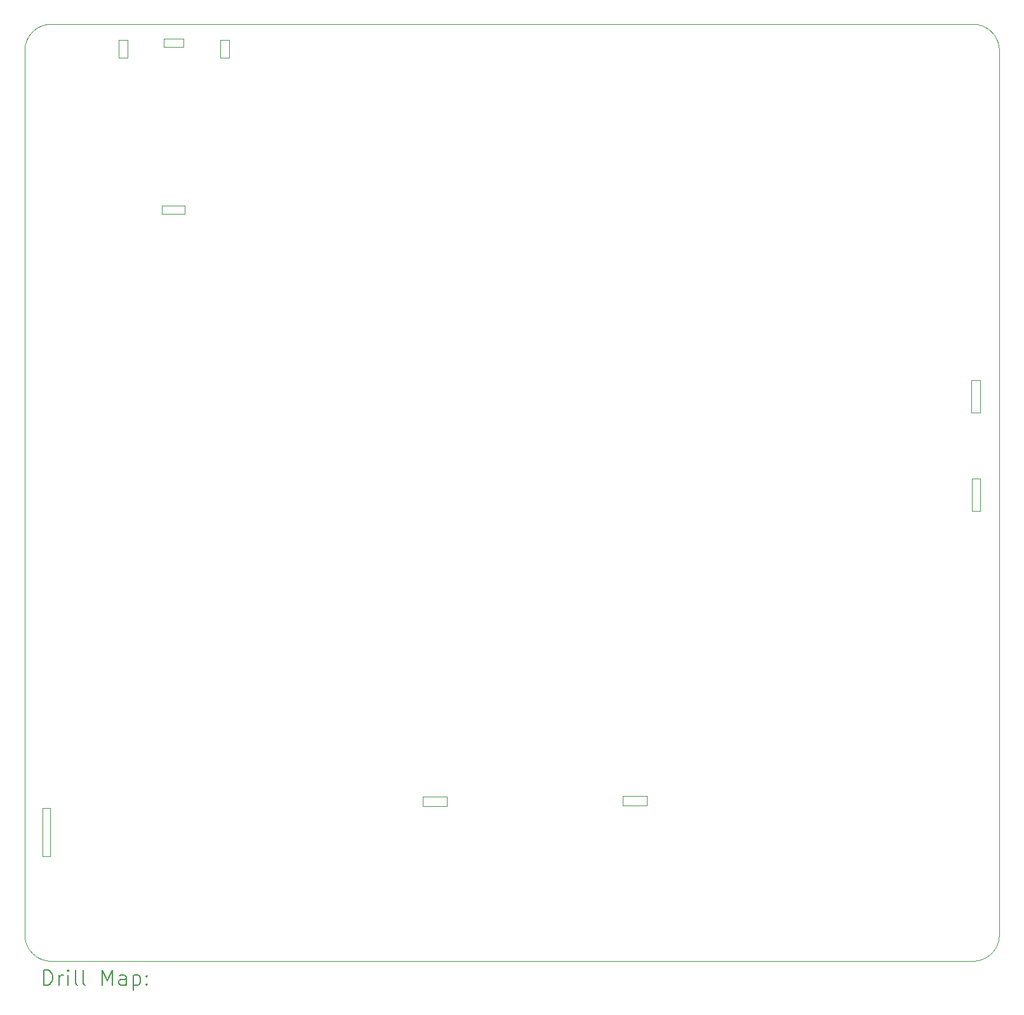
<source format=gbr>
%TF.GenerationSoftware,KiCad,Pcbnew,7.0.7*%
%TF.CreationDate,2023-09-18T10:01:16+02:00*%
%TF.ProjectId,PCE,5043452e-6b69-4636-9164-5f7063625858,rev?*%
%TF.SameCoordinates,Original*%
%TF.FileFunction,Drillmap*%
%TF.FilePolarity,Positive*%
%FSLAX45Y45*%
G04 Gerber Fmt 4.5, Leading zero omitted, Abs format (unit mm)*
G04 Created by KiCad (PCBNEW 7.0.7) date 2023-09-18 10:01:16*
%MOMM*%
%LPD*%
G01*
G04 APERTURE LIST*
%ADD10C,0.100000*%
%ADD11C,0.200000*%
G04 APERTURE END LIST*
D10*
X21342500Y-3129024D02*
X9077835Y-3128689D01*
X11317000Y-3339000D02*
X11433000Y-3339000D01*
X11433000Y-3575000D01*
X11317000Y-3575000D01*
X11317000Y-3339000D01*
X10538000Y-5550000D02*
X10843000Y-5550000D01*
X10843000Y-5662000D01*
X10538000Y-5662000D01*
X10538000Y-5550000D01*
X10568000Y-3322000D02*
X10831000Y-3322000D01*
X10831000Y-3431000D01*
X10568000Y-3431000D01*
X10568000Y-3322000D01*
X9077835Y-3128690D02*
G75*
G03*
X8710335Y-3496189I-12835J-354665D01*
G01*
X21710000Y-15260854D02*
X21710000Y-3496524D01*
X21709996Y-3496524D02*
G75*
G03*
X21342500Y-3129024I-354666J12834D01*
G01*
X21342500Y-15628360D02*
G75*
G03*
X21710000Y-15260854I12830J354670D01*
G01*
X8710335Y-3496189D02*
X8710670Y-15260854D01*
X8710665Y-15260854D02*
G75*
G03*
X9078170Y-15628354I354665J-12836D01*
G01*
X16689820Y-13426440D02*
X17005820Y-13426440D01*
X17005820Y-13553440D01*
X16689820Y-13553440D01*
X16689820Y-13426440D01*
X9078170Y-15628354D02*
X21342500Y-15628354D01*
X14022300Y-13434060D02*
X14338300Y-13434060D01*
X14338300Y-13556060D01*
X14022300Y-13556060D01*
X14022300Y-13434060D01*
X21336000Y-7878000D02*
X21454000Y-7878000D01*
X21454000Y-8307000D01*
X21336000Y-8307000D01*
X21336000Y-7878000D01*
X9962000Y-3339000D02*
X10078000Y-3339000D01*
X10078000Y-3575000D01*
X9962000Y-3575000D01*
X9962000Y-3339000D01*
X21343000Y-9192000D02*
X21455000Y-9192000D01*
X21455000Y-9621000D01*
X21343000Y-9621000D01*
X21343000Y-9192000D01*
X8948000Y-13586000D02*
X9053000Y-13586000D01*
X9053000Y-14229000D01*
X8948000Y-14229000D01*
X8948000Y-13586000D01*
D11*
X8965880Y-15945076D02*
X8965880Y-15745076D01*
X8965880Y-15745076D02*
X9013499Y-15745076D01*
X9013499Y-15745076D02*
X9042070Y-15754600D01*
X9042070Y-15754600D02*
X9061118Y-15773647D01*
X9061118Y-15773647D02*
X9070641Y-15792695D01*
X9070641Y-15792695D02*
X9080165Y-15830790D01*
X9080165Y-15830790D02*
X9080165Y-15859362D01*
X9080165Y-15859362D02*
X9070641Y-15897457D01*
X9070641Y-15897457D02*
X9061118Y-15916504D01*
X9061118Y-15916504D02*
X9042070Y-15935552D01*
X9042070Y-15935552D02*
X9013499Y-15945076D01*
X9013499Y-15945076D02*
X8965880Y-15945076D01*
X9165880Y-15945076D02*
X9165880Y-15811743D01*
X9165880Y-15849838D02*
X9175403Y-15830790D01*
X9175403Y-15830790D02*
X9184927Y-15821266D01*
X9184927Y-15821266D02*
X9203975Y-15811743D01*
X9203975Y-15811743D02*
X9223022Y-15811743D01*
X9289689Y-15945076D02*
X9289689Y-15811743D01*
X9289689Y-15745076D02*
X9280165Y-15754600D01*
X9280165Y-15754600D02*
X9289689Y-15764124D01*
X9289689Y-15764124D02*
X9299213Y-15754600D01*
X9299213Y-15754600D02*
X9289689Y-15745076D01*
X9289689Y-15745076D02*
X9289689Y-15764124D01*
X9413499Y-15945076D02*
X9394451Y-15935552D01*
X9394451Y-15935552D02*
X9384927Y-15916504D01*
X9384927Y-15916504D02*
X9384927Y-15745076D01*
X9518260Y-15945076D02*
X9499213Y-15935552D01*
X9499213Y-15935552D02*
X9489689Y-15916504D01*
X9489689Y-15916504D02*
X9489689Y-15745076D01*
X9746832Y-15945076D02*
X9746832Y-15745076D01*
X9746832Y-15745076D02*
X9813499Y-15887933D01*
X9813499Y-15887933D02*
X9880165Y-15745076D01*
X9880165Y-15745076D02*
X9880165Y-15945076D01*
X10061118Y-15945076D02*
X10061118Y-15840314D01*
X10061118Y-15840314D02*
X10051594Y-15821266D01*
X10051594Y-15821266D02*
X10032546Y-15811743D01*
X10032546Y-15811743D02*
X9994451Y-15811743D01*
X9994451Y-15811743D02*
X9975403Y-15821266D01*
X10061118Y-15935552D02*
X10042070Y-15945076D01*
X10042070Y-15945076D02*
X9994451Y-15945076D01*
X9994451Y-15945076D02*
X9975403Y-15935552D01*
X9975403Y-15935552D02*
X9965880Y-15916504D01*
X9965880Y-15916504D02*
X9965880Y-15897457D01*
X9965880Y-15897457D02*
X9975403Y-15878409D01*
X9975403Y-15878409D02*
X9994451Y-15868885D01*
X9994451Y-15868885D02*
X10042070Y-15868885D01*
X10042070Y-15868885D02*
X10061118Y-15859362D01*
X10156356Y-15811743D02*
X10156356Y-16011743D01*
X10156356Y-15821266D02*
X10175403Y-15811743D01*
X10175403Y-15811743D02*
X10213499Y-15811743D01*
X10213499Y-15811743D02*
X10232546Y-15821266D01*
X10232546Y-15821266D02*
X10242070Y-15830790D01*
X10242070Y-15830790D02*
X10251594Y-15849838D01*
X10251594Y-15849838D02*
X10251594Y-15906981D01*
X10251594Y-15906981D02*
X10242070Y-15926028D01*
X10242070Y-15926028D02*
X10232546Y-15935552D01*
X10232546Y-15935552D02*
X10213499Y-15945076D01*
X10213499Y-15945076D02*
X10175403Y-15945076D01*
X10175403Y-15945076D02*
X10156356Y-15935552D01*
X10337308Y-15926028D02*
X10346832Y-15935552D01*
X10346832Y-15935552D02*
X10337308Y-15945076D01*
X10337308Y-15945076D02*
X10327784Y-15935552D01*
X10327784Y-15935552D02*
X10337308Y-15926028D01*
X10337308Y-15926028D02*
X10337308Y-15945076D01*
X10337308Y-15821266D02*
X10346832Y-15830790D01*
X10346832Y-15830790D02*
X10337308Y-15840314D01*
X10337308Y-15840314D02*
X10327784Y-15830790D01*
X10327784Y-15830790D02*
X10337308Y-15821266D01*
X10337308Y-15821266D02*
X10337308Y-15840314D01*
M02*

</source>
